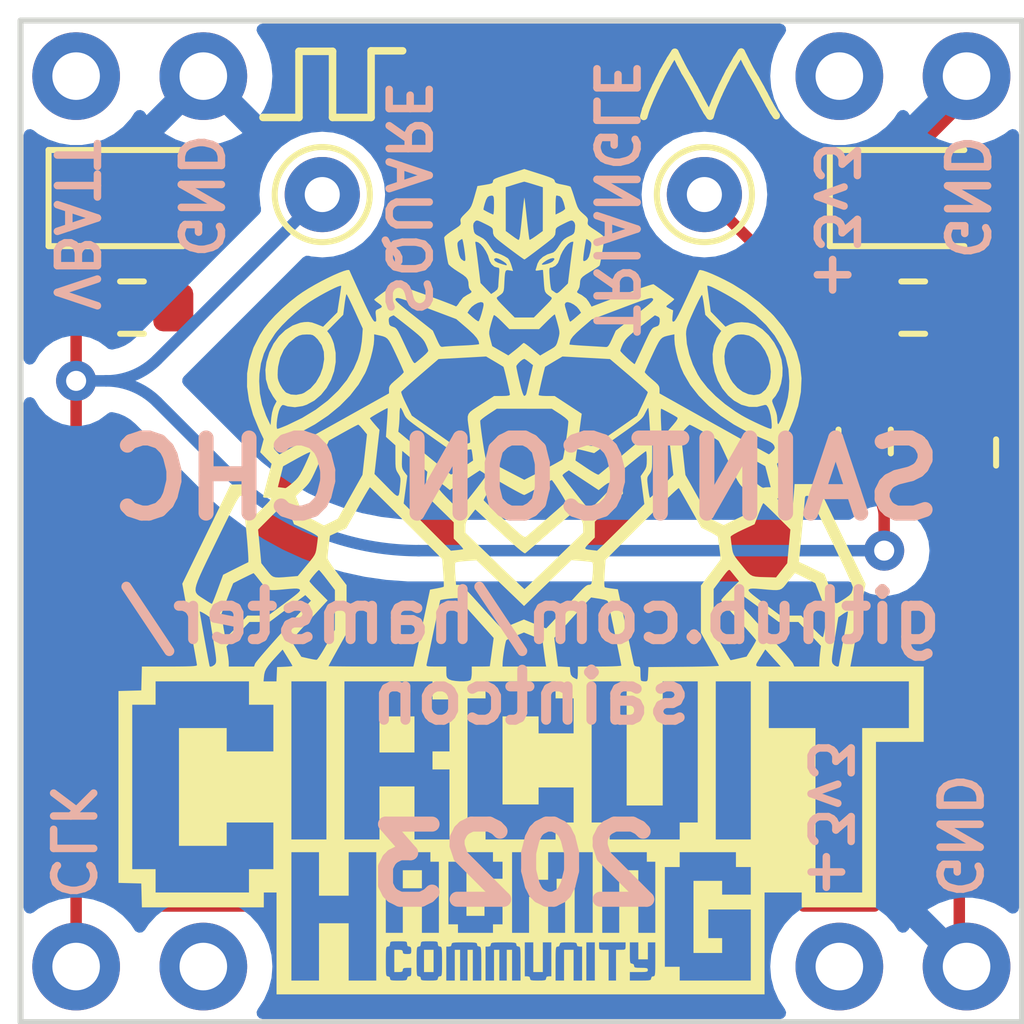
<source format=kicad_pcb>
(kicad_pcb (version 20221018) (generator pcbnew)
  (title_block (title "Circuit Hacking Community Minibadge") (date "2023-09-01") (rev "1.0") (company "SAINTCON") (comment 1 "@hamster"))
  (layers (0 "F.Cu" signal) (31 "B.Cu" signal) (34 "B.Paste" user) (35 "F.Paste" user) (36 "B.SilkS" user "B.Silkscreen") (37 "F.SilkS" user "F.Silkscreen") (38 "B.Mask" user) (39 "F.Mask" user) (44 "Edge.Cuts" user))
  (net 0 "")
  (net 1 "Net-(C1-Pad1)")
  (net 2 "GND")
  (net 3 "Net-(D1-A)")
  (net 4 "Net-(D2-A)")
  (net 7 "Net-(MB1-CLK)")
  (footprint "lib_fp:copper" (layer "F.Cu") (at 144.626242 96.821614)
    (fp_text reference "G***" hide)
    (fp_text value "LOGO" hide)
    (fp_poly (pts (xy 0.736348 -6.882488) (xy 0.754883 -6.86897) (xy 0.751767 -6.834944) (xy 0.749876 -6.826647) (xy 0.726023 -6.766465) (xy 0.681675 -6.721981) (xy 0.608668 -6.686959) (xy 0.538811 -6.665453) (xy 0.452131 -6.642825) (xy 0.400193 -6.63329) (xy 0.376998 -6.63831) (xy 0.376549 -6.659343) (xy 0.392847 -6.697851) (xy 0.394181 -6.700653) (xy 0.446771 -6.770806) (xy 0.525707 -6.831523) (xy 0.615042 -6.872733) (xy 0.685819 -6.884904)) (fill solid) (layer "F.Cu"))
    (fp_poly (pts (xy -0.407803 -6.869254) (xy -0.321994 -6.828285) (xy -0.248451 -6.770963) (xy -0.201264 -6.706258) (xy -0.197795 -6.697758) (xy -0.18611 -6.660038) (xy -0.189281 -6.639028) (xy -0.213491 -6.63372) (xy -0.264925 -6.643106) (xy -0.349766 -6.666178) (xy -0.364922 -6.670518) (xy -0.45512 -6.70167) (xy -0.512238 -6.737011) (xy -0.545444 -6.783911) (xy -0.559158 -6.826647) (xy -0.564968 -6.864453) (xy -0.551506 -6.880897) (xy -0.508528 -6.884835) (xy -0.49179 -6.884904)) (fill solid) (layer "F.Cu"))
    (fp_poly (pts (xy 0.109287 -4.880944) (xy 0.154233 -4.849211) (xy 0.210731 -4.805721) (xy 0.276179 -4.74727) (xy 0.309276 -4.702734) (xy 0.312226 -4.683911) (xy 0.304614 -4.652055) (xy 0.289572 -4.58705) (xy 0.268979 -4.497077) (xy 0.244711 -4.390323) (xy 0.232753 -4.337489) (xy 0.162129 -4.025021) (xy 0.095054 -4.025021) (xy 0.027979 -4.025021) (xy -0.050243 -4.369174) (xy -0.128466 -4.713326) (xy -0.02716 -4.802638) (xy 0.027182 -4.848983) (xy 0.068761 -4.881563) (xy 0.087266 -4.892764)) (fill solid) (layer "F.Cu"))
    (fp_poly (pts (xy -1.102877 -7.286459) (xy -1.088996 -7.258308) (xy -1.078129 -7.200864) (xy -1.066867 -7.109125) (xy -1.059445 -7.043786) (xy -1.047703 -6.943539) (xy -1.036273 -6.850195) (xy -1.026883 -6.777679) (xy -1.023331 -6.752502) (xy -1.020041 -6.702196) (xy -1.026623 -6.675689) (xy -1.030028 -6.67442) (xy -1.057104 -6.685836) (xy -1.106474 -6.713647) (xy -1.143953 -6.736877) (xy -1.197037 -6.773804) (xy -1.228806 -6.808752) (xy -1.248341 -6.856351) (xy -1.264728 -6.931229) (xy -1.264774 -6.931472) (xy -1.283174 -7.034713) (xy -1.29027 -7.106228) (xy -1.283972 -7.155648) (xy -1.262191 -7.192602) (xy -1.222836 -7.226719) (xy -1.196697 -7.245187) (xy -1.153318 -7.274895) (xy -1.123181 -7.29032)) (fill solid) (layer "F.Cu"))
    (fp_poly (pts (xy 1.326325 -7.285293) (xy 1.362152 -7.262652) (xy 1.387356 -7.245187) (xy 1.434953 -7.210586) (xy 1.464454 -7.179212) (xy 1.478226 -7.141163) (xy 1.478637 -7.086539) (xy 1.468052 -7.005437) (xy 1.458597 -6.947138) (xy 1.444552 -6.869351) (xy 1.42898 -6.820246) (xy 1.403899 -6.786632) (xy 1.361329 -6.755317) (xy 1.331172 -6.73651) (xy 1.273019 -6.70202) (xy 1.230143 -6.678976) (xy 1.215073 -6.673061) (xy 1.209542 -6.691508) (xy 1.211957 -6.737332) (xy 1.21399 -6.752502) (xy 1.221605 -6.808383) (xy 1.232172 -6.892452) (xy 1.243964 -6.990784) (xy 1.250105 -7.043786) (xy 1.262992 -7.156059) (xy 1.273648 -7.231343) (xy 1.285483 -7.274641) (xy 1.301905 -7.290957)) (fill solid) (layer "F.Cu"))
    (fp_poly (pts (xy 4.282461 -3.075826) (xy 4.333557 -3.050806) (xy 4.409669 -3.011071) (xy 4.504877 -2.959713) (xy 4.611554 -2.900774) (xy 4.952601 -2.710302) (xy 5.010472 -2.477034) (xy 5.03236 -2.38309) (xy 5.047956 -2.304706) (xy 5.055692 -2.250653) (xy 5.05466 -2.230083) (xy 5.027549 -2.221504) (xy 4.971778 -2.213601) (xy 4.919613 -2.209394) (xy 4.798249 -2.202388) (xy 4.667883 -2.324588) (xy 4.616676 -2.374448) (xy 4.57526 -2.421116) (xy 4.538531 -2.472777) (xy 4.501382 -2.537617) (xy 4.458709 -2.623821) (xy 4.405406 -2.739575) (xy 4.395808 -2.760813) (xy 4.348744 -2.866643) (xy 4.30931 -2.958276) (xy 4.280244 -3.029108) (xy 4.26428 -3.072536) (xy 4.262303 -3.083042)) (fill solid) (layer "F.Cu"))
    (fp_poly (pts (xy 4.585035 -5.334149) (xy 4.698363 -5.278972) (xy 4.805218 -5.195699) (xy 4.900594 -5.086328) (xy 4.979483 -4.952855) (xy 5.002254 -4.900858) (xy 5.032917 -4.795101) (xy 5.05084 -4.670832) (xy 5.055892 -4.540875) (xy 5.047946 -4.418054) (xy 5.026872 -4.315194) (xy 5.008601 -4.269769) (xy 4.932086 -4.164191) (xy 4.834049 -4.091695) (xy 4.72092 -4.05486) (xy 4.599129 -4.056261) (xy 4.525554 -4.076162) (xy 4.398551 -4.143473) (xy 4.287849 -4.24126) (xy 4.195558 -4.362717) (xy 4.123782 -4.501035) (xy 4.074631 -4.649405) (xy 4.050212 -4.80102) (xy 4.052632 -4.949072) (xy 4.083998 -5.086753) (xy 4.146418 -5.207253) (xy 4.167163 -5.233945) (xy 4.2563 -5.311128) (xy 4.358996 -5.352224) (xy 4.470243 -5.359232)) (fill solid) (layer "F.Cu"))
    (fp_poly (pts (xy -4.160762 -5.352713) (xy -4.090579 -5.327239) (xy -4.019914 -5.276143) (xy -3.988423 -5.247474) (xy -3.918224 -5.15329) (xy -3.874429 -5.034019) (xy -3.856353 -4.897149) (xy -3.863312 -4.750171) (xy -3.894618 -4.600573) (xy -3.949589 -4.455846) (xy -4.027537 -4.323477) (xy -4.078783 -4.259951) (xy -4.181109 -4.167054) (xy -4.293925 -4.099163) (xy -4.409284 -4.058903) (xy -4.51924 -4.048902) (xy -4.615844 -4.071784) (xy -4.628727 -4.078234) (xy -4.725502 -4.144717) (xy -4.794353 -4.227254) (xy -4.838858 -4.332675) (xy -4.862591 -4.467806) (xy -4.867151 -4.533444) (xy -4.869068 -4.641483) (xy -4.861744 -4.725657) (xy -4.843089 -4.803861) (xy -4.831487 -4.838907) (xy -4.756851 -5.006411) (xy -4.662236 -5.145052) (xy -4.551062 -5.251784) (xy -4.426747 -5.323563) (xy -4.292712 -5.357343) (xy -4.246744 -5.359633)) (fill solid) (layer "F.Cu"))
    (fp_poly (pts (xy -4.077067 -3.061941) (xy -4.097422 -3.008909) (xy -4.129967 -2.93048) (xy -4.171995 -2.833224) (xy -4.205951 -2.756702) (xy -4.260374 -2.636597) (xy -4.303005 -2.547549) (xy -4.338814 -2.481701) (xy -4.372775 -2.431201) (xy -4.409859 -2.388192) (xy -4.455038 -2.344821) (xy -4.48181 -2.320905) (xy -4.550505 -2.262197) (xy -4.59996 -2.227209) (xy -4.641382 -2.210197) (xy -4.685976 -2.205416) (xy -4.706666 -2.205626) (xy -4.772806 -2.209362) (xy -4.825374 -2.215662) (xy -4.835321 -2.217772) (xy -4.854336 -2.223668) (xy -4.865614 -2.234139) (xy -4.868681 -2.256175) (xy -4.863064 -2.296769) (xy -4.84829 -2.362912) (xy -4.823886 -2.461594) (xy -4.816949 -2.489279) (xy -4.761505 -2.710546) (xy -4.420677 -2.900896) (xy -4.312482 -2.96066) (xy -4.217551 -3.011838) (xy -4.141805 -3.051341) (xy -4.091169 -3.076077) (xy -4.071607 -3.083005)) (fill solid) (layer "F.Cu"))
    (fp_poly (pts (xy 6.639273 0.130944) (xy 6.630285 0.18783) (xy 6.61575 0.274582) (xy 6.596722 0.385298) (xy 6.574255 0.514075) (xy 6.549403 0.655012) (xy 6.523219 0.802205) (xy 6.496756 0.949752) (xy 6.47107 1.091751) (xy 6.447213 1.222299) (xy 6.42624 1.335494) (xy 6.409204 1.425433) (xy 6.397159 1.486213) (xy 6.391518 1.510914) (xy 6.378175 1.502794) (xy 6.347201 1.466219) (xy 6.304254 1.408131) (xy 6.284311 1.379431) (xy 6.18257 1.230528) (xy 6.248398 0.821811) (xy 6.269483 0.691559) (xy 6.288946 0.572534) (xy 6.305541 0.472283) (xy 6.318016 0.398349) (xy 6.325123 0.358277) (xy 6.325341 0.357167) (xy 6.345535 0.316348) (xy 6.393985 0.268469) (xy 6.475682 0.2087) (xy 6.485593 0.202069) (xy 6.553988 0.157852) (xy 6.607637 0.125545) (xy 6.638012 0.110189) (xy 6.64166 0.109828)) (fill solid) (layer "F.Cu"))
    (fp_poly (pts (xy -6.431531 0.117535) (xy -6.3856 0.144088) (xy -6.321729 0.184437) (xy -6.294934 0.202069) (xy -6.209735 0.263253) (xy -6.158269 0.312077) (xy -6.135545 0.35337) (xy -6.134682 0.357167) (xy -6.127919 0.395075) (xy -6.115717 0.467277) (xy -6.099325 0.566228) (xy -6.079991 0.684382) (xy -6.058966 0.814197) (xy -6.057739 0.821811) (xy -5.991911 1.230528) (xy -6.092605 1.3779) (xy -6.139148 1.444913) (xy -6.176057 1.495989) (xy -6.197404 1.523002) (xy -6.200153 1.525271) (xy -6.206953 1.508323) (xy -6.207645 1.498791) (xy -6.211517 1.472199) (xy -6.222202 1.409096) (xy -6.238783 1.314627) (xy -6.260344 1.19394) (xy -6.285967 1.052181) (xy -6.314736 0.894495) (xy -6.3331 0.794526) (xy -6.362994 0.630874) (xy -6.389901 0.481024) (xy -6.412968 0.349932) (xy -6.431341 0.24255) (xy -6.444169 0.163831) (xy -6.450597 0.11873) (xy -6.450993 0.109821)) (fill solid) (layer "F.Cu"))
    (fp_poly (pts (xy -0.744472 -2.565839) (xy -0.714569 -2.547382) (xy -0.691532 -2.524295) (xy -0.681473 -2.50965) (xy -0.679528 -2.491651) (xy -0.688596 -2.465618) (xy -0.71158 -2.426872) (xy -0.75138 -2.370733) (xy -0.810898 -2.29252) (xy -0.893035 -2.187556) (xy -0.927062 -2.144395) (xy -1.008664 -2.041589) (xy -1.081429 -1.951068) (xy -1.141302 -1.877782) (xy -1.184227 -1.826682) (xy -1.206149 -1.802718) (xy -1.207903 -1.801544) (xy -1.226018 -1.815406) (xy -1.268118 -1.854043) (xy -1.328478 -1.912022) (xy -1.401373 -1.983912) (xy -1.425043 -2.007593) (xy -1.509968 -2.094236) (xy -1.568444 -2.158122) (xy -1.605052 -2.205342) (xy -1.624373 -2.241988) (xy -1.630987 -2.274152) (xy -1.631192 -2.281739) (xy -1.626314 -2.331598) (xy -1.614526 -2.359233) (xy -1.614043 -2.359558) (xy -1.590301 -2.352397) (xy -1.546228 -2.323009) (xy -1.502825 -2.287566) (xy -1.449782 -2.243122) (xy -1.408946 -2.212778) (xy -1.392309 -2.204072) (xy -1.370009 -2.214992) (xy -1.318908 -2.245761) (xy -1.245264 -2.292438) (xy -1.155334 -2.351081) (xy -1.089365 -2.394917) (xy -0.974781 -2.470556) (xy -0.888866 -2.52356) (xy -0.825755 -2.555836) (xy -0.779579 -2.569294)) (fill solid) (layer "F.Cu"))
    (fp_poly (pts (xy 0.979847 -2.567728) (xy 1.029464 -2.550033) (xy 1.097392 -2.513071) (xy 1.189497 -2.454936) (xy 1.280025 -2.394917) (xy 1.37734 -2.330482) (xy 1.462545 -2.275384) (xy 1.529382 -2.233562) (xy 1.571595 -2.20896) (xy 1.582969 -2.204072) (xy 1.60657 -2.217532) (xy 1.650824 -2.251473) (xy 1.693485 -2.287566) (xy 1.746317 -2.329971) (xy 1.787344 -2.355669) (xy 1.804702 -2.359558) (xy 1.816598 -2.333073) (xy 1.82184 -2.283534) (xy 1.821852 -2.280963) (xy 1.817766 -2.248958) (xy 1.802426 -2.214437) (xy 1.771211 -2.171279) (xy 1.719499 -2.113359) (xy 1.642669 -2.034554) (xy 1.614926 -2.006817) (xy 1.53915 -1.932082) (xy 1.47431 -1.869563) (xy 1.426127 -1.824667) (xy 1.400323 -1.802803) (xy 1.397786 -1.801544) (xy 1.382197 -1.817675) (xy 1.344532 -1.862217) (xy 1.288833 -1.930222) (xy 1.219144 -2.016741) (xy 1.139507 -2.116825) (xy 1.117721 -2.144395) (xy 1.027127 -2.25965) (xy 0.960152 -2.346542) (xy 0.913892 -2.40975) (xy 0.885448 -2.453954) (xy 0.871918 -2.483834) (xy 0.870401 -2.50407) (xy 0.877994 -2.519341) (xy 0.882191 -2.524295) (xy 0.912077 -2.552951) (xy 0.942673 -2.568065)) (fill solid) (layer "F.Cu"))
  )
  (footprint "LED_SMD:LED_0805_2012Metric" (layer "F.Cu") (at 136.898018 88.79)
    (fp_text reference "D1" hide)
    (fp_text value "LED")
    (pad "1" smd roundrect (at -0.9375 0) (size 0.975 1.4) (layers "F.Cu" "F.Paste" "F.Mask") (net 2 "GND"))
    (pad "2" smd roundrect (at 0.9375 0) (size 0.975 1.4) (layers "F.Cu" "F.Paste" "F.Mask") (net 3 "Net-(D1-A)"))
  )
  (footprint "Resistor_SMD:R_0603_1608Metric" (layer "F.Cu") (at 151.508018 93.65 -90)
    (fp_text reference "R2" hide)
    (fp_text value "10k")
    (pad "1" smd roundrect (at -0.825 0 270) (size 0.8 0.95) (layers "F.Cu" "F.Paste" "F.Mask") (net 1 "Net-(C1-Pad1)"))
    (pad "2" smd roundrect (at 0.825 0 270) (size 0.8 0.95) (layers "F.Cu" "F.Paste" "F.Mask") (net 7 "Net-(MB1-CLK)"))
  )
  (footprint "LED_SMD:LED_0805_2012Metric" (layer "F.Cu") (at 152.498018 88.79)
    (fp_text reference "D2" hide)
    (fp_text value "LED")
    (pad "1" smd roundrect (at -0.9375 0) (size 0.975 1.4) (layers "F.Cu" "F.Paste" "F.Mask") (net 2 "GND"))
    (pad "2" smd roundrect (at 0.9375 0) (size 0.975 1.4) (layers "F.Cu" "F.Paste" "F.Mask") (net 4 "Net-(D2-A)"))
  )
  (footprint "lib_fp:silkscreen" (layer "F.Cu") (at 144.616242 96.830725)
    (fp_text reference "G***" hide)
    (fp_text value "LOGO" hide)
  )
  (footprint "Capacitor_SMD:C_0805_2012Metric" (layer "F.Cu") (at 153.398018 93.87 -90)
    (fp_text reference "C1" hide)
    (fp_text value "22uF")
    (pad "1" smd roundrect (at -0.95 0 270) (size 1 1.45) (layers "F.Cu" "F.Paste" "F.Mask") (net 1 "Net-(C1-Pad1)"))
    (pad "2" smd roundrect (at 0.95 0 270) (size 1 1.45) (layers "F.Cu" "F.Paste" "F.Mask") (net 2 "GND"))
  )
  (footprint "Resistor_SMD:R_0603_1608Metric" (layer "F.Cu") (at 136.878018 90.9775 180)
    (fp_text reference "R1" hide)
    (fp_text value "1k")
    (pad "1" smd roundrect (at -0.825 0 180) (size 0.8 0.95) (layers "F.Cu" "F.Paste" "F.Mask") (net 3 "Net-(D1-A)"))
    (pad "2" smd roundrect (at 0.825 0 180) (size 0.8 0.95) (layers "F.Cu" "F.Paste" "F.Mask") (net 7 "Net-(MB1-CLK)"))
  )
  (footprint "lib_fp:mask" (layer "F.Cu") (at 144.618018 96.87)
    (fp_text reference "G***" hide)
    (fp_text value "LOGO" hide)
    (fp_poly (pts (xy -0.715261 -5.978382) (xy -0.661669 -5.921017) (xy -0.722006 -5.711388) (xy -0.747811 -5.62201) (xy -0.769418 -5.547679) (xy -0.784045 -5.497941) (xy -0.788616 -5.482943) (xy -0.806169 -5.487493) (xy -0.848259 -5.515062) (xy -0.907668 -5.560621) (xy -0.948236 -5.594171) (xy -1.014393 -5.651334) (xy -1.066211 -5.698128) (xy -1.096587 -5.72803) (xy -1.101584 -5.734994) (xy -1.092114 -5.75851) (xy -1.068412 -5.804365) (xy -1.058198 -5.822804) (xy -0.994468 -5.897738) (xy -0.891832 -5.96779) (xy -0.768853 -6.035747)) (fill solid) (layer "F.Cu"))
    (fp_poly (pts (xy 5.076592 1.093187) (xy 5.14371 1.1675) (xy 5.197907 1.231649) (xy 5.233757 1.27891) (xy 5.245834 1.302558) (xy 5.245771 1.302836) (xy 5.223713 1.311408) (xy 5.168742 1.318625) (xy 5.089672 1.324335) (xy 4.995317 1.328388) (xy 4.894491 1.33063) (xy 4.796008 1.330912) (xy 4.708682 1.329081) (xy 4.641326 1.324987) (xy 4.602756 1.318477) (xy 4.596998 1.31398) (xy 4.614007 1.294377) (xy 4.62688 1.292244) (xy 4.649762 1.275296) (xy 4.688494 1.229427) (xy 4.737216 1.1621) (xy 4.779022 1.098483) (xy 4.901281 0.904722)) (fill solid) (layer "F.Cu"))
    (fp_poly (pts (xy 1.061942 -5.970816) (xy 1.14222 -5.918074) (xy 1.20959 -5.855546) (xy 1.255397 -5.792703) (xy 1.271059 -5.741921) (xy 1.256596 -5.719701) (xy 1.218791 -5.680385) (xy 1.166019 -5.631196) (xy 1.106658 -5.579357) (xy 1.049083 -5.532089) (xy 1.001672 -5.496616) (xy 0.972799 -5.480159) (xy 0.968157 -5.480749) (xy 0.95695 -5.510416) (xy 0.938451 -5.569564) (xy 0.915831 -5.646846) (xy 0.892261 -5.730915) (xy 0.870911 -5.810424) (xy 0.854951 -5.874025) (xy 0.847552 -5.910372) (xy 0.847373 -5.913046) (xy 0.860832 -5.94607) (xy 0.89298 -5.988017) (xy 0.938587 -6.036564)) (fill solid) (layer "F.Cu"))
    (fp_poly (pts (xy -4.704838 0.943823) (xy -4.670602 0.992988) (xy -4.625418 1.061749) (xy -4.593199 1.112467) (xy -4.543102 1.188367) (xy -4.498726 1.24842) (xy -4.466082 1.284861) (xy -4.454003 1.292209) (xy -4.429393 1.305625) (xy -4.427523 1.313428) (xy -4.447663 1.323269) (xy -4.504016 1.330384) (xy -4.590476 1.334163) (xy -4.639366 1.334612) (xy -4.851209 1.334612) (xy -4.851209 1.47231) (xy -4.851209 1.610009) (xy -4.988907 1.610009) (xy -5.126605 1.610009) (xy -5.126605 1.472818) (xy -5.126605 1.335627) (xy -4.932854 1.123937) (xy -4.8609 1.047295) (xy -4.798534 0.984566) (xy -4.751429 0.941182) (xy -4.725255 0.922573) (xy -4.722508 0.922504)) (fill solid) (layer "F.Cu"))
    (fp_poly (pts (xy -2.529998 -5.678221) (xy -2.498363 -5.664955) (xy -2.453383 -5.636843) (xy -2.389659 -5.59066) (xy -2.301792 -5.523182) (xy -2.230483 -5.4674) (xy -2.122685 -5.382057) (xy -2.042891 -5.31632) (xy -1.985282 -5.264272) (xy -1.944042 -5.219999) (xy -1.913354 -5.177586) (xy -1.887399 -5.131117) (xy -1.875123 -5.106071) (xy -1.812079 -4.974168) (xy -1.906998 -4.891064) (xy -1.970457 -4.836838) (xy -2.030962 -4.787283) (xy -2.060406 -4.764425) (xy -2.118894 -4.720889) (xy -2.2034 -4.902563) (xy -2.27702 -5.060959) (xy -2.334969 -5.185263) (xy -2.379663 -5.279696) (xy -2.413522 -5.348479) (xy -2.438964 -5.395832) (xy -2.458406 -5.425976) (xy -2.474267 -5.443133) (xy -2.488965 -5.451521) (xy -2.504918 -5.455364) (xy -2.521791 -5.458311) (xy -2.578285 -5.485678) (xy -2.614273 -5.533324) (xy -2.626734 -5.589011) (xy -2.612647 -5.640502) (xy -2.574827 -5.673118) (xy -2.553687 -5.679867)) (fill solid) (layer "F.Cu"))
    (fp_poly (pts (xy 0.748022 -5.695871) (xy 0.784522 -5.567276) (xy 0.810757 -5.471915) (xy 0.827509 -5.402116) (xy 0.835562 -5.35021) (xy 0.835696 -5.308528) (xy 0.828696 -5.269398) (xy 0.815342 -5.225151) (xy 0.800569 -5.180787) (xy 0.752044 -5.033717) (xy 0.57582 -4.930223) (xy 0.399597 -4.826729) (xy 0.243999 -4.955435) (xy 0.088402 -5.08414) (xy -0.067017 -4.957109) (xy -0.135173 -4.902399) (xy -0.190522 -4.859842) (xy -0.225351 -4.835271) (xy -0.233027 -4.831543) (xy -0.254643 -4.842434) (xy -0.303815 -4.870422) (xy -0.371926 -4.910548) (xy -0.411942 -4.934548) (xy -0.491101 -4.983142) (xy -0.542829 -5.020018) (xy -0.576028 -5.055256) (xy -0.599596 -5.098939) (xy -0.622434 -5.161146) (xy -0.628919 -5.180321) (xy -0.677574 -5.324556) (xy -0.611066 -5.566257) (xy -0.544557 -5.807958) (xy -0.372462 -5.636756) (xy -0.200366 -5.465554) (xy 0.084738 -5.465554) (xy 0.369841 -5.465554) (xy 0.542799 -5.637614) (xy 0.715758 -5.809674)) (fill solid) (layer "F.Cu"))
    (fp_poly (pts (xy 4.846455 -2.006535) (xy 4.890446 -1.971609) (xy 4.955267 -1.915481) (xy 5.036137 -1.842313) (xy 5.128277 -1.756264) (xy 5.147107 -1.73838) (xy 5.453597 -1.446479) (xy 5.418309 -1.082576) (xy 5.383021 -0.718673) (xy 5.260109 -0.561562) (xy 5.137198 -0.404452) (xy 5.020684 -0.407178) (xy 4.93221 -0.41019) (xy 4.842585 -0.414672) (xy 4.808841 -0.416874) (xy 4.722649 -0.423851) (xy 4.658065 -0.433671) (xy 4.606594 -0.451569) (xy 4.559739 -0.48278) (xy 4.509004 -0.532538) (xy 4.445893 -0.606076) (xy 4.388925 -0.675579) (xy 4.202095 -0.904358) (xy 4.176589 -1.111902) (xy 4.166355 -1.200331) (xy 4.159341 -1.271284) (xy 4.156398 -1.315469) (xy 4.157045 -1.325407) (xy 4.177378 -1.33615) (xy 4.228671 -1.361236) (xy 4.303496 -1.397081) (xy 4.394426 -1.440101) (xy 4.407985 -1.446477) (xy 4.652963 -1.561586) (xy 4.734245 -1.781752) (xy 4.768128 -1.871837) (xy 4.797505 -1.946817) (xy 4.818882 -1.997965) (xy 4.828072 -2.016099)) (fill solid) (layer "F.Cu"))
    (fp_poly (pts (xy 2.721722 -5.732538) (xy 2.771315 -5.711636) (xy 2.786304 -5.704638) (xy 2.836373 -5.675059) (xy 2.853236 -5.645933) (xy 2.850865 -5.625197) (xy 2.842147 -5.571683) (xy 2.838988 -5.517862) (xy 2.833476 -5.475275) (xy 2.810002 -5.448316) (xy 2.757432 -5.424981) (xy 2.750567 -5.422533) (xy 2.719278 -5.410589) (xy 2.693569 -5.395964) (xy 2.669796 -5.373077) (xy 2.644317 -5.336345) (xy 2.613489 -5.280188) (xy 2.573667 -5.199023) (xy 2.521209 -5.087269) (xy 2.495186 -5.031276) (xy 2.441746 -4.917079) (xy 2.393779 -4.816227) (xy 2.354336 -4.735004) (xy 2.32647 -4.679694) (xy 2.313233 -4.656581) (xy 2.313218 -4.656566) (xy 2.292378 -4.663723) (xy 2.246812 -4.694123) (xy 2.1834 -4.7428) (xy 2.114586 -4.799993) (xy 1.930674 -4.957996) (xy 2.000207 -5.11115) (xy 2.026173 -5.166558) (xy 2.051034 -5.211641) (xy 2.080422 -5.252309) (xy 2.119964 -5.29447) (xy 2.17529 -5.344033) (xy 2.25203 -5.406906) (xy 2.355811 -5.489) (xy 2.373155 -5.502627) (xy 2.470774 -5.578612) (xy 2.557211 -5.644584) (xy 2.626887 -5.696392) (xy 2.674223 -5.729882) (xy 2.693363 -5.740951)) (fill solid) (layer "F.Cu"))
    (fp_poly (pts (xy -3.987933 -0.680721) (xy -3.951659 -0.636899) (xy -3.899948 -0.571425) (xy -3.837733 -0.490463) (xy -3.818473 -0.465026) (xy -3.643703 -0.23343) (xy -3.643816 0.185162) (xy -3.64393 0.603753) (xy -3.82045 0.921518) (xy -3.880076 1.026023) (xy -3.934654 1.116432) (xy -3.980237 1.186605) (xy -4.012873 1.230406) (xy -4.026884 1.242324) (xy -4.060459 1.238949) (xy -4.123162 1.22729) (xy -4.203094 1.209632) (xy -4.227017 1.203905) (xy -4.397237 1.162445) (xy -4.509453 0.983658) (xy -4.556258 0.906202) (xy -4.591993 0.8415) (xy -4.612092 0.798152) (xy -4.614629 0.785558) (xy -4.598796 0.765068) (xy -4.558266 0.718203) (xy -4.497199 0.649614) (xy -4.419752 0.56395) (xy -4.330086 0.46586) (xy -4.278274 0.409603) (xy -4.183019 0.306034) (xy -4.097025 0.211756) (xy -4.024622 0.131581) (xy -3.970144 0.070321) (xy -3.93792 0.032787) (xy -3.931398 0.024247) (xy -3.934555 -0.000693) (xy -3.964687 -0.045566) (xy -4.023764 -0.112905) (xy -4.096597 -0.188078) (xy -4.279357 -0.371689) (xy -4.146893 -0.534258) (xy -4.089847 -0.60303) (xy -4.04285 -0.657374) (xy -4.012116 -0.690232) (xy -4.003836 -0.696725)) (fill solid) (layer "F.Cu"))
    (fp_poly (pts (xy -4.646083 -1.999588) (xy -4.622607 -1.945539) (xy -4.592019 -1.868401) (xy -4.562204 -1.788697) (xy -4.480484 -1.564566) (xy -4.231568 -1.446414) (xy -4.126476 -1.396651) (xy -4.053918 -1.358302) (xy -4.009124 -1.322697) (xy -3.987322 -1.281165) (xy -3.983741 -1.225037) (xy -3.99361 -1.145641) (xy -4.010462 -1.044621) (xy -4.021993 -0.981258) (xy -4.035879 -0.930426) (xy -4.057034 -0.88315) (xy -4.090373 -0.830455) (xy -4.140812 -0.763368) (xy -4.213266 -0.672914) (xy -4.21568 -0.669932) (xy -4.309041 -0.55925) (xy -4.381578 -0.483456) (xy -4.432775 -0.443067) (xy -4.448707 -0.436583) (xy -4.49166 -0.430709) (xy -4.565253 -0.423606) (xy -4.657817 -0.416318) (xy -4.725681 -0.411788) (xy -4.949694 -0.397948) (xy -5.080518 -0.561839) (xy -5.136422 -0.63518) (xy -5.180419 -0.699194) (xy -5.206636 -0.744985) (xy -5.21139 -0.760071) (xy -5.213453 -0.792473) (xy -5.219102 -0.858662) (xy -5.227577 -0.950282) (xy -5.238116 -1.058976) (xy -5.243377 -1.111701) (xy -5.275316 -1.42899) (xy -4.974648 -1.730196) (xy -4.882655 -1.821199) (xy -4.800538 -1.900244) (xy -4.733004 -1.962978) (xy -4.684761 -2.005047) (xy -4.660518 -2.022097) (xy -4.658952 -2.022115)) (fill solid) (layer "F.Cu"))
    (fp_poly (pts (xy 0.285989 -8.350377) (xy 0.370223 -8.320895) (xy 0.433378 -8.293714) (xy 0.467582 -8.272454) (xy 0.471351 -8.265099) (xy 0.480022 -8.242319) (xy 0.48724 -8.2407) (xy 0.494909 -8.219917) (xy 0.500968 -8.159117) (xy 0.505307 -8.060627) (xy 0.507813 -7.926773) (xy 0.508424 -7.799105) (xy 0.508424 -7.357509) (xy 0.335954 -7.225429) (xy 0.249108 -7.161653) (xy 0.19029 -7.1252) (xy 0.156599 -7.11444) (xy 0.147349 -7.119454) (xy 0.139072 -7.150688) (xy 0.12976 -7.213811) (xy 0.120781 -7.298412) (xy 0.115808 -7.359477) (xy 0.106804 -7.458366) (xy 0.097164 -7.515021) (xy 0.087006 -7.529568) (xy 0.076447 -7.502135) (xy 0.065605 -7.43285) (xy 0.054597 -7.321839) (xy 0.052062 -7.290518) (xy 0.044066 -7.205879) (xy 0.035224 -7.139987) (xy 0.026925 -7.102192) (xy 0.0233 -7.096747) (xy 0.00178 -7.108798) (xy -0.045562 -7.141335) (xy -0.111024 -7.188931) (xy -0.164619 -7.229149) (xy -0.338936 -7.361551) (xy -0.338942 -7.801126) (xy -0.337943 -7.960534) (xy -0.335016 -8.086423) (xy -0.330273 -8.176456) (xy -0.323827 -8.22829) (xy -0.317765 -8.2407) (xy -0.297924 -8.257449) (xy -0.296348 -8.267181) (xy -0.277094 -8.284639) (xy -0.224998 -8.30921) (xy -0.14822 -8.337343) (xy -0.100393 -8.352459) (xy 0.09533 -8.411256)) (fill solid) (layer "F.Cu"))
    (fp_poly (pts (xy 2.784382 -3.90831) (xy 2.834303 -3.884077) (xy 2.907001 -3.846211) (xy 2.995418 -3.798312) (xy 3.015579 -3.787173) (xy 3.259673 -3.651847) (xy 3.141031 -3.518657) (xy 3.02239 -3.385468) (xy 3.072108 -2.941213) (xy 3.121826 -2.496959) (xy 2.339437 -1.718677) (xy 1.557048 -0.940394) (xy 1.371685 -0.959997) (xy 1.289149 -0.970198) (xy 1.225523 -0.980865) (xy 1.190338 -0.990271) (xy 1.186322 -0.99359) (xy 1.200387 -1.013887) (xy 1.237872 -1.055834) (xy 1.291708 -1.111662) (xy 1.313428 -1.133361) (xy 1.440534 -1.259141) (xy 1.440534 -1.418412) (xy 1.440534 -1.577683) (xy 1.728775 -1.866477) (xy 2.017016 -2.155271) (xy 1.993314 -2.373145) (xy 1.984005 -2.463662) (xy 1.97753 -2.536554) (xy 1.97462 -2.582861) (xy 1.975173 -2.594735) (xy 1.99221 -2.608605) (xy 2.036437 -2.645037) (xy 2.102437 -2.699544) (xy 2.18479 -2.767637) (xy 2.278077 -2.844831) (xy 2.376881 -2.926636) (xy 2.47578 -3.008565) (xy 2.569358 -3.086131) (xy 2.652195 -3.154846) (xy 2.718873 -3.210221) (xy 2.763972 -3.247771) (xy 2.781561 -3.262552) (xy 2.786199 -3.287834) (xy 2.787609 -3.347575) (xy 2.785877 -3.433992) (xy 2.781091 -3.539306) (xy 2.777838 -3.592728) (xy 2.771046 -3.703461) (xy 2.766159 -3.798176) (xy 2.763494 -3.869327) (xy 2.763369 -3.909365) (xy 2.764296 -3.915311)) (fill solid) (layer "F.Cu"))
    (fp_poly (pts (xy -1.226094 -0.097328) (xy -1.204124 -0.087298) (xy -1.198549 -0.081911) (xy -1.177029 -0.057875) (xy -1.131925 -0.007446) (xy -1.067887 0.064177) (xy -0.989563 0.151793) (xy -0.901601 0.250203) (xy -0.879085 0.275396) (xy -0.786651 0.378705) (xy -0.700014 0.47532) (xy -0.624538 0.559273) (xy -0.565591 0.624599) (xy -0.528538 0.66533) (xy -0.524678 0.669513) (xy -0.463733 0.735272) (xy -0.497173 0.987277) (xy -0.513588 1.115505) (xy -0.526376 1.207903) (xy -0.5398 1.270273) (xy -0.55812 1.308412) (xy -0.585601 1.328121) (xy -0.626503 1.335199) (xy -0.685089 1.335444) (xy -0.752447 1.334612) (xy -0.953294 1.334612) (xy -0.953294 1.47231) (xy -0.953294 1.610009) (xy -1.218098 1.610009) (xy -1.482902 1.610009) (xy -1.482902 1.47231) (xy -1.482902 1.334612) (xy -1.694745 1.334612) (xy -1.804613 1.332495) (xy -1.874024 1.326014) (xy -1.904683 1.314975) (xy -1.906589 1.310413) (xy -1.902394 1.283851) (xy -1.890655 1.222565) (xy -1.872637 1.132557) (xy -1.849607 1.019834) (xy -1.822832 0.890401) (xy -1.793577 0.750263) (xy -1.76311 0.605425) (xy -1.732696 0.461892) (xy -1.703602 0.325669) (xy -1.677095 0.202762) (xy -1.65444 0.099175) (xy -1.636905 0.020914) (xy -1.625755 -0.026016) (xy -1.62244 -0.036998) (xy -1.599885 -0.043368) (xy -1.545116 -0.054699) (xy -1.467724 -0.069077) (xy -1.42001 -0.077415) (xy -1.325413 -0.092561) (xy -1.263649 -0.09914)) (fill solid) (layer "F.Cu"))
    (fp_poly (pts (xy 1.461195 -0.101505) (xy 1.529671 -0.090159) (xy 1.608632 -0.074396) (xy 1.686519 -0.05676) (xy 1.751772 -0.039791) (xy 1.792832 -0.026034) (xy 1.800789 -0.020987) (xy 1.808345 0.004546) (xy 1.823249 0.066344) (xy 1.844339 0.15917) (xy 1.870453 0.277784) (xy 1.900428 0.416947) (xy 1.933103 0.571421) (xy 1.947461 0.640128) (xy 1.980862 0.799813) (xy 2.01188 0.946705) (xy 2.039372 1.075507) (xy 2.062198 1.180921) (xy 2.079214 1.25765) (xy 2.089281 1.300395) (xy 2.091156 1.306925) (xy 2.087229 1.316201) (xy 2.06449 1.323255) (xy 2.018563 1.328353) (xy 1.945072 1.331758) (xy 1.839638 1.333737) (xy 1.697887 1.334552) (xy 1.633459 1.334612) (xy 1.165138 1.334612) (xy 1.165138 1.47231) (xy 1.164051 1.546446) (xy 1.158594 1.58769) (xy 1.145476 1.605508) (xy 1.121404 1.609363) (xy 1.117473 1.609335) (xy 1.061351 1.59624) (xy 1.032736 1.580519) (xy 1.007719 1.545215) (xy 0.99673 1.482807) (xy 0.995663 1.443495) (xy 0.995663 1.334612) (xy 0.857965 1.334612) (xy 0.787715 1.33238) (xy 0.737877 1.326541) (xy 0.719621 1.318724) (xy 0.716672 1.292936) (xy 0.709041 1.233387) (xy 0.697805 1.148288) (xy 0.684037 1.045854) (xy 0.680329 1.018525) (xy 0.641683 0.734214) (xy 1.020636 0.314146) (xy 1.121743 0.202675) (xy 1.213813 0.102325) (xy 1.293 0.017194) (xy 1.355457 -0.048619) (xy 1.397337 -0.091014) (xy 1.414765 -0.105892)) (fill solid) (layer "F.Cu"))
    (fp_poly (pts (xy -2.587942 -3.899513) (xy -2.587876 -3.846923) (xy -2.589962 -3.770587) (xy -2.593747 -3.679758) (xy -2.598775 -3.583692) (xy -2.604593 -3.491644) (xy -2.610747 -3.41287) (xy -2.616783 -3.356624) (xy -2.618845 -3.343645) (xy -2.619791 -3.323748) (xy -2.612584 -3.301935) (xy -2.593505 -3.274468) (xy -2.558833 -3.237609) (xy -2.50485 -3.187621) (xy -2.427836 -3.120766) (xy -2.324071 -3.033307) (xy -2.241525 -2.964478) (xy -2.130886 -2.872321) (xy -2.030022 -2.788105) (xy -1.943871 -2.715972) (xy -1.877373 -2.66006) (xy -1.835466 -2.624509) (xy -1.823998 -2.614507) (xy -1.811028 -2.595541) (xy -1.804945 -2.563474) (xy -1.805587 -2.510136) (xy -1.812792 -2.427358) (xy -1.819137 -2.369448) (xy -1.843906 -2.151629) (xy -1.557482 -1.864656) (xy -1.271059 -1.577683) (xy -1.271059 -1.419607) (xy -1.271059 -1.26153) (xy -1.132103 -1.121501) (xy -0.993147 -0.981473) (xy -1.19555 -0.961875) (xy -1.397953 -0.942278) (xy -2.172807 -1.717345) (xy -2.947661 -2.492411) (xy -2.903772 -2.877823) (xy -2.885853 -3.03491) (xy -2.872857 -3.156099) (xy -2.865415 -3.247646) (xy -2.864159 -3.315802) (xy -2.869718 -3.366823) (xy -2.882725 -3.406961) (xy -2.903811 -3.44247) (xy -2.933607 -3.479604) (xy -2.968567 -3.519785) (xy -3.018523 -3.579643) (xy -3.053981 -3.626389) (xy -3.068825 -3.651824) (xy -3.068595 -3.653895) (xy -3.046904 -3.667827) (xy -2.997257 -3.696764) (xy -2.928305 -3.735905) (xy -2.848699 -3.780451) (xy -2.76709 -3.825602) (xy -2.692128 -3.866558) (xy -2.632464 -3.898519) (xy -2.596748 -3.916687) (xy -2.590614 -3.919099)) (fill solid) (layer "F.Cu"))
    (fp_poly (pts (xy -2.76887 -5.329922) (xy -2.598378 -5.285488) (xy -2.472641 -5.020684) (xy -2.421435 -4.912327) (xy -2.372077 -4.806972) (xy -2.329834 -4.715913) (xy -2.29997 -4.650448) (xy -2.2975 -4.64492) (xy -2.248097 -4.53396) (xy -2.405124 -4.4013) (xy -2.478394 -4.338013) (xy -2.524624 -4.292723) (xy -2.549981 -4.257111) (xy -2.560632 -4.222857) (xy -2.562726 -4.188678) (xy -2.567385 -4.137285) (xy -2.587105 -4.102037) (xy -2.631892 -4.068186) (xy -2.653336 -4.055131) (xy -2.701559 -4.027152) (xy -2.779425 -3.982867) (xy -2.882952 -3.924486) (xy -3.008154 -3.854221) (xy -3.15105 -3.774281) (xy -3.307655 -3.686879) (xy -3.473985 -3.594224) (xy -3.646058 -3.498528) (xy -3.819889 -3.402001) (xy -3.991496 -3.306855) (xy -4.156893 -3.2153) (xy -4.312099 -3.129546) (xy -4.453129 -3.051805) (xy -4.576 -2.984287) (xy -4.676728 -2.929204) (xy -4.75133 -2.888766) (xy -4.795822 -2.865184) (xy -4.806989 -2.859883) (xy -4.828568 -2.874027) (xy -4.868049 -2.910228) (xy -4.896586 -2.939324) (xy -4.940256 -2.988182) (xy -4.959051 -3.02329) (xy -4.958114 -3.060795) (xy -4.947682 -3.099781) (xy -4.934568 -3.137395) (xy -4.916148 -3.165436) (xy -4.884311 -3.18968) (xy -4.830943 -3.215907) (xy -4.747932 -3.249894) (xy -4.723236 -3.259635) (xy -4.617515 -3.303986) (xy -4.493051 -3.360385) (xy -4.368169 -3.420362) (xy -4.294015 -3.458004) (xy -3.993472 -3.633569) (xy -3.729558 -3.826862) (xy -3.502841 -4.037141) (xy -3.313884 -4.263662) (xy -3.163253 -4.505685) (xy -3.051513 -4.762465) (xy -2.97923 -5.033262) (xy -2.953476 -5.218604) (xy -2.939362 -5.374357)) (fill solid) (layer "F.Cu"))
    (fp_poly (pts (xy 4.312538 -0.535948) (xy 4.44898 -0.371837) (xy 4.265127 -0.187129) (xy 4.081275 -0.00242) (xy 4.200232 0.131192) (xy 4.257645 0.195134) (xy 4.335182 0.280728) (xy 4.424223 0.378496) (xy 4.516152 0.478963) (xy 4.552936 0.519016) (xy 4.631525 0.605522) (xy 4.698917 0.681677) (xy 4.750284 0.741866) (xy 4.780796 0.780472) (xy 4.787169 0.79147) (xy 4.777047 0.816416) (xy 4.749443 0.868541) (xy 4.709175 0.938997) (xy 4.681911 0.98478) (xy 4.576165 1.159847) (xy 4.396689 1.204861) (xy 4.313649 1.225164) (xy 4.246094 1.240708) (xy 4.204691 1.249077) (xy 4.197889 1.249875) (xy 4.1818 1.232272) (xy 4.149077 1.183423) (xy 4.103392 1.109265) (xy 4.060711 1.036653) (xy 4.581007 1.036653) (xy 4.583905 1.038032) (xy 4.603238 1.023119) (xy 4.60759 1.016848) (xy 4.612988 0.997043) (xy 4.61009 0.995663) (xy 4.590758 1.010577) (xy 4.586406 1.016848) (xy 4.581007 1.036653) (xy 4.060711 1.036653) (xy 4.048417 1.015737) (xy 4.024206 0.9731) (xy 4.623376 0.9731) (xy 4.626274 0.974479) (xy 4.645606 0.959566) (xy 4.649959 0.953295) (xy 4.655357 0.93349) (xy 4.652459 0.93211) (xy 4.633127 0.947024) (xy 4.628774 0.953295) (xy 4.623376 0.9731) (xy 4.024206 0.9731) (xy 3.995871 0.923201) (xy 3.983083 0.900334) (xy 4.660551 0.900334) (xy 4.671143 0.910926) (xy 4.681735 0.900334) (xy 4.671143 0.889742) (xy 4.660551 0.900334) (xy 3.983083 0.900334) (xy 3.813178 0.596526) (xy 3.813178 0.184081) (xy 3.813178 -0.228364) (xy 3.994637 -0.464211) (xy 4.176096 -0.700058)) (fill solid) (layer "F.Cu"))
    (fp_poly (pts (xy 3.12106 -5.326449) (xy 3.132808 -5.274982) (xy 3.135104 -5.20075) (xy 3.144452 -5.091742) (xy 3.169251 -4.959536) (xy 3.205866 -4.81876) (xy 3.250665 -4.684046) (xy 3.282852 -4.605777) (xy 3.413606 -4.367299) (xy 3.583416 -4.140529) (xy 3.790145 -3.927272) (xy 4.031654 -3.729337) (xy 4.305805 -3.54853) (xy 4.610457 -3.386658) (xy 4.849686 -3.281968) (xy 4.9513 -3.240592) (xy 5.020738 -3.209749) (xy 5.065304 -3.184602) (xy 5.092305 -3.160316) (xy 5.109046 -3.132054) (xy 5.120093 -3.102953) (xy 5.135085 -3.054118) (xy 5.134278 -3.020421) (xy 5.112898 -2.986495) (xy 5.069652 -2.940531) (xy 5.023597 -2.895431) (xy 4.989888 -2.866213) (xy 4.979312 -2.859998) (xy 4.959215 -2.870057) (xy 4.905423 -2.898983) (xy 4.821222 -2.944962) (xy 4.709897 -3.00618) (xy 4.574732 -3.080824) (xy 4.419011 -3.167081) (xy 4.24602 -3.263137) (xy 4.059043 -3.367178) (xy 3.887323 -3.462906) (xy 3.689842 -3.573114) (xy 3.502758 -3.677568) (xy 3.329465 -3.774371) (xy 3.173354 -3.861627) (xy 3.037816 -3.937438) (xy 2.926242 -3.999908) (xy 2.842024 -4.04714) (xy 2.788555 -4.077237) (xy 2.76985 -4.087909) (xy 2.74065 -4.128538) (xy 2.732778 -4.191711) (xy 2.730314 -4.231657) (xy 2.71883 -4.265208) (xy 2.692183 -4.300673) (xy 2.644231 -4.346358) (xy 2.574476 -4.405852) (xy 2.498981 -4.471296) (xy 2.453365 -4.517242) (xy 2.433171 -4.549013) (xy 2.43394 -4.571932) (xy 2.434477 -4.572995) (xy 2.449201 -4.603046) (xy 2.478406 -4.664399) (xy 2.518728 -4.749925) (xy 2.566805 -4.852498) (xy 2.605752 -4.935946) (xy 2.657474 -5.044964) (xy 2.704541 -5.140438) (xy 2.743536 -5.215729) (xy 2.771047 -5.264199) (xy 2.782256 -5.279069) (xy 2.813576 -5.291233) (xy 2.873425 -5.309125) (xy 2.94905 -5.32894) (xy 2.951639 -5.329576) (xy 3.038243 -5.348292) (xy 3.092127 -5.349067)) (fill solid) (layer "F.Cu"))
  )
  (footprint "TestPoint:TestPoint_THTPad_D1.5mm_Drill0.7mm" (layer "F.Cu") (at 148.308018 88.72)
    (fp_text reference "TP2" hide)
    (fp_text value "TestPoint" hide)
    (pad "1" thru_hole circle (at 0 0) (size 1.5 1.5) (drill 0.7) (layers "*.Cu" "*.Mask") (net 1 "Net-(C1-Pad1)"))
  )
  (footprint "TestPoint:TestPoint_THTPad_D1.5mm_Drill0.7mm" (layer "F.Cu") (at 140.678018 88.72)
    (fp_text reference "TP1" hide)
    (fp_text value "TestPoint" hide)
    (pad "1" thru_hole circle (at 0 0) (size 1.5 1.5) (drill 0.7) (layers "*.Cu" "*.Mask") (net 7 "Net-(MB1-CLK)"))
  )
  (footprint "lib_fp:MiniBadge_Simple" (layer "F.Cu") (at 134.493018 85.085)
    (fp_text reference "MB1" hide)
    (fp_text value "MiniBadge_Simple" hide)
    (fp_rect (start 20.16 20.16) (end 0.16 0.16) (stroke (width 0.12)) (fill none) (layer "Edge.Cuts"))
    (pad "1" thru_hole circle (at 1.27 1.27) (size 1.75 1.75) (drill 0.95) (layers "*.Cu" "*.Mask"))
    (pad "2" thru_hole circle (at 3.81 1.27) (size 1.75 1.75) (drill 0.95) (layers "*.Cu" "*.Mask") (net 2 "GND"))
    (pad "7" thru_hole circle (at 16.51 1.27) (size 1.75 1.75) (drill 0.95) (layers "*.Cu" "*.Mask"))
    (pad "8" thru_hole circle (at 19.05 1.27) (size 1.75 1.75) (drill 0.95) (layers "*.Cu" "*.Mask") (net 2 "GND"))
    (pad "9" thru_hole circle (at 1.27 19.05) (size 1.75 1.75) (drill 0.95) (layers "*.Cu" "*.Mask") (net 7 "Net-(MB1-CLK)"))
    (pad "10" thru_hole circle (at 3.81 19.05) (size 1.75 1.75) (drill 0.95) (layers "*.Cu" "*.Mask"))
    (pad "15" thru_hole circle (at 16.51 19.05) (size 1.75 1.75) (drill 0.95) (layers "*.Cu" "*.Mask"))
    (pad "16" thru_hole circle (at 19.05 19.05) (size 1.75 1.75) (drill 0.95) (layers "*.Cu" "*.Mask") (net 2 "GND"))
  )
  (footprint "Resistor_SMD:R_0603_1608Metric" (layer "F.Cu") (at 152.478018 90.9775 180)
    (fp_text reference "R3" hide)
    (fp_text value "1k")
    (pad "1" smd roundrect (at -0.825 0 180) (size 0.8 0.95) (layers "F.Cu" "F.Paste" "F.Mask") (net 4 "Net-(D2-A)"))
    (pad "2" smd roundrect (at 0.825 0 180) (size 0.8 0.95) (layers "F.Cu" "F.Paste" "F.Mask") (net 1 "Net-(C1-Pad1)"))
  )
  (gr_poly (pts (xy 137.083018 98.165) (xy 152.658018 98.165) (xy 152.658018 99.615) (xy 151.708018 99.615) (xy 151.708018 102.94) (xy 150.283018 102.94) (xy 150.283018 102.64) (xy 149.483018 102.64) (xy 149.483018 104.665) (xy 139.783018 104.665) (xy 139.783018 102.64) (xy 139.483018 102.64) (xy 139.483018 102.94) (xy 137.083018 102.94) (xy 137.083018 102.44) (xy 136.633018 102.44) (xy 136.633018 98.64) (xy 137.083018 98.64)) (stroke (width 0.2)) (fill solid) (layer "F.Cu"))
  (gr_line (start 148.008018 86.42) (end 148.108018 86.6) (stroke (width 0.15)) (layer "F.SilkS"))
  (gr_line (start 148.663018 86.555) (end 148.733018 86.415) (stroke (width 0.15)) (layer "F.SilkS"))
  (gr_line (start 139.493018 87.18) (end 140.213018 87.18) (stroke (width 0.15)) (layer "F.SilkS"))
  (gr_line (start 148.803018 86.275) (end 148.873018 86.155) (stroke (width 0.15)) (layer "F.SilkS"))
  (gr_line (start 149.243018 86.265) (end 149.333018 86.415) (stroke (width 0.15)) (layer "F.SilkS"))
  (gr_line (start 147.918018 86.27) (end 148.008018 86.42) (stroke (width 0.15)) (layer "F.SilkS"))
  (gr_line (start 141.653018 87.18) (end 141.653018 85.85) (stroke (width 0.15)) (layer "F.SilkS"))
  (gr_line (start 147.548018 86.16) (end 147.628018 86.02) (stroke (width 0.15)) (layer "F.SilkS"))
  (gr_line (start 148.278018 86.92) (end 148.358018 87.06) (stroke (width 0.15)) (layer "F.SilkS"))
  (gr_line (start 141.653018 85.85) (end 142.283018 85.85) (stroke (width 0.15)) (layer "F.SilkS"))
  (gr_line (start 148.593018 86.705) (end 148.663018 86.555) (stroke (width 0.15)) (layer "F.SilkS"))
  (gr_line (start 147.478018 86.28) (end 147.548018 86.16) (stroke (width 0.15)) (layer "F.SilkS"))
  (gr_line (start 149.333018 86.415) (end 149.433018 86.595) (stroke (width 0.15)) (layer "F.SilkS"))
  (gr_line (start 140.883018 85.86) (end 140.883018 87.18) (stroke (width 0.15)) (layer "F.SilkS"))
  (gr_line (start 148.108018 86.6) (end 148.178018 86.73) (stroke (width 0.15)) (layer "F.SilkS"))
  (gr_line (start 147.828018 86.1) (end 147.918018 86.27) (stroke (width 0.15)) (layer "F.SilkS"))
  (gr_line (start 148.423018 87.155) (end 148.463018 87.015) (stroke (width 0.15)) (layer "F.SilkS"))
  (gr_line (start 148.953018 86.015) (end 149.043018 85.875) (stroke (width 0.15)) (layer "F.SilkS"))
  (gr_line (start 148.873018 86.155) (end 148.953018 86.015) (stroke (width 0.15)) (layer "F.SilkS"))
  (gr_line (start 140.213018 87.18) (end 140.213018 85.86) (stroke (width 0.15)) (layer "F.SilkS"))
  (gr_line (start 149.153018 86.095) (end 149.243018 86.265) (stroke (width 0.15)) (layer "F.SilkS"))
  (gr_line (start 148.358018 87.06) (end 148.418018 87.15) (stroke (width 0.15)) (layer "F.SilkS"))
  (gr_line (start 147.098018 87.16) (end 147.138018 87.02) (stroke (width 0.15)) (layer "F.SilkS"))
  (gr_line (start 148.178018 86.73) (end 148.278018 86.92) (stroke (width 0.15)) (layer "F.SilkS"))
  (gr_line (start 149.043018 85.875) (end 149.153018 86.095) (stroke (width 0.15)) (layer "F.SilkS"))
  (gr_line (start 147.138018 87.02) (end 147.198018 86.87) (stroke (width 0.15)) (layer "F.SilkS"))
  (gr_line (start 147.408018 86.42) (end 147.478018 86.28) (stroke (width 0.15)) (layer "F.SilkS"))
  (gr_line (start 148.733018 86.415) (end 148.803018 86.275) (stroke (width 0.15)) (layer "F.SilkS"))
  (gr_line (start 147.198018 86.87) (end 147.268018 86.71) (stroke (width 0.15)) (layer "F.SilkS"))
  (gr_line (start 149.503018 86.725) (end 149.603018 86.915) (stroke (width 0.15)) (layer "F.SilkS"))
  (gr_line (start 147.338018 86.56) (end 147.408018 86.42) (stroke (width 0.15)) (layer "F.SilkS"))
  (gr_line (start 140.883018 87.18) (end 141.653018 87.18) (stroke (width 0.15)) (layer "F.SilkS"))
  (gr_line (start 147.268018 86.71) (end 147.338018 86.56) (stroke (width 0.15)) (layer "F.SilkS"))
  (gr_line (start 148.463018 87.015) (end 148.523018 86.865) (stroke (width 0.15)) (layer "F.SilkS"))
  (gr_line (start 149.683018 87.055) (end 149.743018 87.145) (stroke (width 0.15)) (layer "F.SilkS"))
  (gr_line (start 147.718018 85.88) (end 147.828018 86.1) (stroke (width 0.15)) (layer "F.SilkS"))
  (gr_line (start 148.523018 86.865) (end 148.593018 86.705) (stroke (width 0.15)) (layer "F.SilkS"))
  (gr_line (start 149.603018 86.915) (end 149.683018 87.055) (stroke (width 0.15)) (layer "F.SilkS"))
  (gr_line (start 140.213018 85.86) (end 140.883018 85.86) (stroke (width 0.15)) (layer "F.SilkS"))
  (gr_line (start 149.433018 86.595) (end 149.503018 86.725) (stroke (width 0.15)) (layer "F.SilkS"))
  (gr_line (start 147.628018 86.02) (end 147.718018 85.88) (stroke (width 0.15)) (layer "F.SilkS"))
  (gr_text "GND" (at 153.058018 90.09 -90) (layer "B.SilkS") (effects (font (size 0.8 0.8) (thickness 0.15) bold) (justify left bottom mirror)))
  (gr_text "VBATT" (at 135.283018 91.115 270) (layer "B.SilkS") (effects (font (size 0.8 0.8) (thickness 0.15) bold) (justify left bottom mirror)))
  (gr_text "GND" (at 137.758018 90.065 -90) (layer "B.SilkS") (effects (font (size 0.8 0.8) (thickness 0.15) bold) (justify left bottom mirror)))
  (gr_text "+3v3" (at 150.458018 90.915 270) (layer "B.SilkS") (effects (font (size 0.8 0.8) (thickness 0.15) bold) (justify left bottom mirror)))
  (gr_text "SQUARE" (at 141.908018 91.215 270) (layer "B.SilkS") (effects (font (size 0.8 0.8) (thickness 0.15) bold) (justify left bottom mirror)))
  (gr_text "SAINTCON CHC" (at 153.198018 95.28) (layer "B.SilkS") (effects (font (size 1.5 1.5) (thickness 0.3) bold) (justify left bottom mirror)))
  (gr_text "github.com/hamster/\nsaintcon" (at 144.838018 99.34) (layer "B.SilkS") (effects (font (size 1 1) (thickness 0.2) bold) (justify bottom mirror)))
  (gr_text "TRIANGLE" (at 146.058018 91.64 270) (layer "B.SilkS") (effects (font (size 0.8 0.8) (thickness 0.15) bold) (justify left bottom mirror)))
  (gr_text "+3v3" (at 150.333018 102.84 270) (layer "B.SilkS") (effects (font (size 0.8 0.8) (thickness 0.15) bold) (justify left bottom mirror)))
  (gr_text "GND" (at 152.908018 102.84 -90) (layer "B.SilkS") (effects (font (size 0.8 0.8) (thickness 0.15) bold) (justify left bottom mirror)))
  (gr_text "CLK" (at 135.208018 102.865 270) (layer "B.SilkS") (effects (font (size 0.8 0.8) (thickness 0.15) bold) (justify left bottom mirror)))
  (gr_text "2023" (at 147.568018 102.99) (layer "B.SilkS") (effects (font (size 1.5 1.5) (thickness 0.3) bold) (justify left bottom mirror)))
  (segment (start 151.550487 90.9775) (end 151.109268 90.9775) (width 0.2286) (layer "F.Cu") (net 1))
  (segment (start 150.181028 90.59301) (end 148.308018 88.72) (width 0.2286) (layer "F.Cu") (net 1))
  (segment (start 151.670193 92.92) (end 153.398018 92.92) (width 0.2286) (layer "F.Cu") (net 1))
  (segment (start 151.508018 92.757824) (end 151.508018 91.22503) (width 0.2286) (layer "F.Cu") (net 1))
  (arc (start 151.580518 91.05) (mid 151.52686 91.130304) (end 151.508018 91.22503) (width 0.2286) (layer "F.Cu") (net 1))
  (arc (start 151.508018 92.757824) (mid 151.520362 92.819886) (end 151.555518 92.8725) (width 0.2286) (layer "F.Cu") (net 1))
  (arc (start 151.580518 91.05) (mid 151.589724 91.003717) (end 151.550487 90.9775) (width 0.2286) (layer "F.Cu") (net 1))
  (arc (start 150.181028 90.59301) (mid 150.606908 90.877574) (end 151.109268 90.9775) (width 0.2286) (layer "F.Cu") (net 1))
  (arc (start 151.555518 92.8725) (mid 151.608131 92.907655) (end 151.670193 92.92) (width 0.2286) (layer "F.Cu") (net 1))
  (segment (start 153.543018 86.58125) (end 153.543018 86.355) (width 0.2286) (layer "F.Cu") (net 2))
  (segment (start 153.383035 86.967482) (end 151.560518 88.79) (width 0.2286) (layer "F.Cu") (net 2))
  (segment (start 135.993221 88.664796) (end 138.303018 86.355) (width 0.2286) (layer "F.Cu") (net 2))
  (segment (start 153.398018 103.887469) (end 153.398018 94.82) (width 0.2286) (layer "F.Cu") (net 2))
  (segment (start 135.960518 88.74375) (end 135.960518 88.79) (width 0.2286) (layer "F.Cu") (net 2))
  (segment (start 153.470518 104.0625) (end 153.543018 104.135) (width 0.2286) (layer "F.Cu") (net 2))
  (arc (start 153.543018 86.58125) (mid 153.501439 86.790277) (end 153.383035 86.967482) (width 0.2286) (layer "F.Cu") (net 2))
  (arc (start 135.993221 88.664796) (mid 135.969017 88.70102) (end 135.960518 88.74375) (width 0.2286) (layer "F.Cu") (net 2))
  (arc (start 153.398018 103.887469) (mid 153.41686 103.982195) (end 153.470518 104.0625) (width 0.2286) (layer "F.Cu") (net 2))
  (segment (start 137.769268 88.85625) (end 137.835518 88.79) (width 0.3048) (layer "F.Cu") (net 3))
  (segment (start 137.703018 89.016191) (end 137.703018 90.9775) (width 0.3048) (layer "F.Cu") (net 3))
  (arc (start 137.769268 88.85625) (mid 137.720235 88.929631) (end 137.703018 89.016191) (width 0.3048) (layer "F.Cu") (net 3))
  (segment (start 153.369268 90.91125) (end 153.303018 90.9775) (width 0.2286) (layer "F.Cu") (net 4))
  (segment (start 153.435518 90.751308) (end 153.435518 88.79) (width 0.2286) (layer "F.Cu") (net 4))
  (arc (start 153.435518 90.751308) (mid 153.4183 90.837868) (end 153.369268 90.91125) (width 0.2286) (layer "F.Cu") (net 4))
  (segment (start 135.908018 91.1225) (end 136.053018 90.9775) (width 0.2286) (layer "F.Cu") (net 7))
  (segment (start 151.898018 95.83) (end 151.898018 95.140771) (width 0.2286) (layer "F.Cu") (net 7))
  (segment (start 135.763018 91.47256) (end 135.763018 104.135) (width 0.2286) (layer "F.Cu") (net 7))
  (segment (start 151.703018 94.67) (end 151.508018 94.475) (width 0.2286) (layer "F.Cu") (net 7))
  (via (at 151.898018 95.83) (size 0.8) (drill 0.4) (layers "F.Cu" "B.Cu") (net 7))
  (via (at 135.763018 92.44) (size 0.8) (drill 0.4) (layers "F.Cu" "B.Cu") (net 7))
  (arc (start 135.908018 91.1225) (mid 135.800702 91.283109) (end 135.763018 91.47256) (width 0.2286) (layer "F.Cu") (net 7))
  (arc (start 151.703018 94.67) (mid 151.847339 94.885991) (end 151.898018 95.140771) (width 0.2286) (layer "F.Cu") (net 7))
  (segment (start 137.380514 92.017503) (end 140.678018 88.72) (width 0.2286) (layer "B.Cu") (net 7))
  (segment (start 136.360518 92.44) (end 135.763018 92.44) (width 0.2286) (layer "B.Cu") (net 7))
  (segment (start 151.898018 95.83) (end 142.601981 95.83) (width 0.2286) (layer "B.Cu") (net 7))
  (segment (start 137.380514 92.862496) (end 138.754225 94.236207) (width 0.2286) (layer "B.Cu") (net 7))
  (arc (start 136.360518 92.44) (mid 136.912535 92.330196) (end 137.380514 92.017503) (width 0.2286) (layer "B.Cu") (net 7))
  (arc (start 137.380514 92.862496) (mid 136.912535 92.549803) (end 136.360518 92.44) (width 0.2286) (layer "B.Cu") (net 7))
  (arc (start 138.754225 94.236207) (mid 140.51959 95.415786) (end 142.601981 95.83) (width 0.2286) (layer "B.Cu") (net 7))
  (zone (net 2) (net_name "GND") (layer "B.Cu") (connect_pads (clearance 0.5)) (min_thickness 0.25) (fill yes (thermal_gap 0.5) (thermal_bridge_width 0.5))
    (polygon (pts (xy 134.658018 85.25) (xy 154.638018 85.26) (xy 154.648018 105.23) (xy 134.658018 105.24)))
  )
)
</source>
